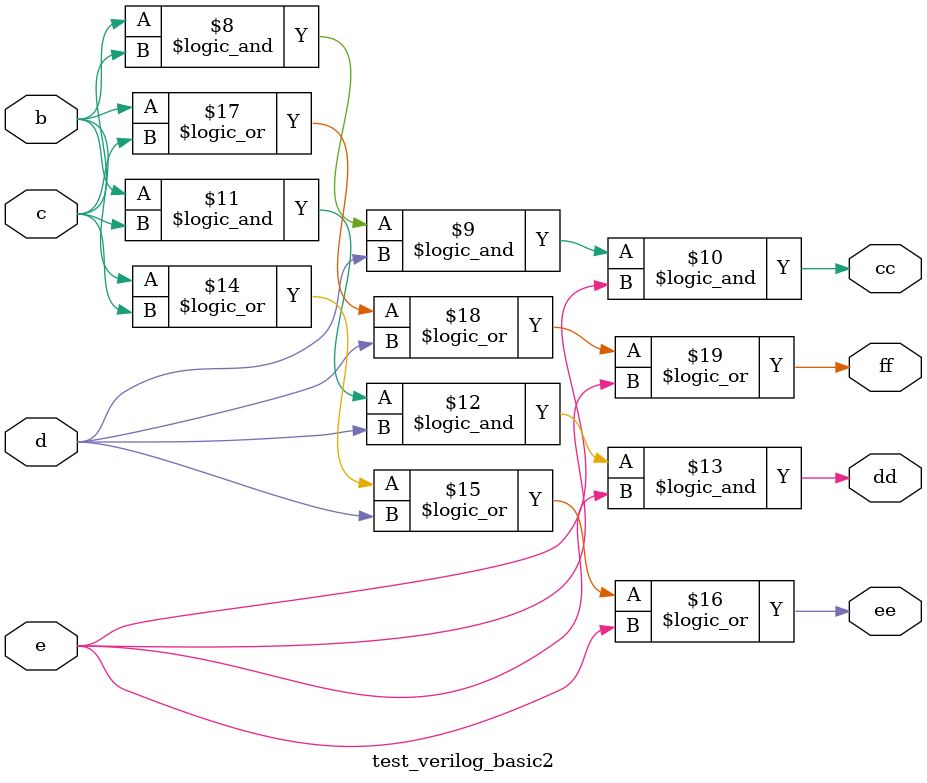
<source format=v>
module test_verilog_basic2 (
  output  reg        cc,
  output  reg        dd,
  output  reg        ee,
  output  reg        ff,
  input              b,
  input              c,
  input              d,
  input              e
); 

/*
module verilog_basic2 (
  input          b,
  input          c,
  input          d,
  input          e,
  output         aa,
  output         bb,
  output         cc,
  output         dd,
  output         ee,
  output         ff
);
*/

//&regs;
//&wires;

wire aa = b&c&d&e;
wire bb = b&&c&&d&&e;

/*
reg cc;
reg dd;
reg ee;
reg ff;
*/

always@(*) begin
     cc=b&&c&&d&&e;
     dd=b&&c&&d&&e;
     ee=b||c||d||e;
     ff=b||c||d||e;
end
endmodule


</source>
